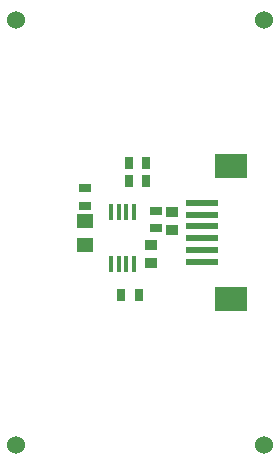
<source format=gbr>
G04*
G04 #@! TF.GenerationSoftware,Altium Limited,Altium Designer,23.10.1 (27)*
G04*
G04 Layer_Color=255*
%FSLAX44Y44*%
%MOMM*%
G71*
G04*
G04 #@! TF.SameCoordinates,2BD1216A-9774-42B0-94A2-F4FBBB1B66CC*
G04*
G04*
G04 #@! TF.FilePolarity,Positive*
G04*
G01*
G75*
%ADD13R,1.0000X0.7500*%
%ADD14R,1.0000X0.9500*%
%ADD15R,1.4500X1.1500*%
%ADD16R,0.7500X1.0000*%
%ADD17R,0.4500X1.4500*%
%ADD18R,2.8000X2.1000*%
%ADD19R,2.7000X0.6000*%
%ADD28C,1.5240*%
D13*
X78740Y237370D02*
D03*
Y222370D02*
D03*
X138430Y218320D02*
D03*
Y203320D02*
D03*
D14*
X134620Y189610D02*
D03*
Y173610D02*
D03*
X152400Y217550D02*
D03*
Y201550D02*
D03*
D15*
X78740Y189390D02*
D03*
Y209390D02*
D03*
D16*
X130690Y259080D02*
D03*
X115690D02*
D03*
Y243840D02*
D03*
X130690D02*
D03*
X124340Y147320D02*
D03*
X109340D02*
D03*
D17*
X100740Y173580D02*
D03*
X107240D02*
D03*
X113740D02*
D03*
X120240D02*
D03*
X100740Y217580D02*
D03*
X107240D02*
D03*
X113740D02*
D03*
X120240D02*
D03*
D18*
X202000Y256500D02*
D03*
Y143500D02*
D03*
D19*
X178000Y215000D02*
D03*
Y225000D02*
D03*
Y205000D02*
D03*
Y195000D02*
D03*
Y185000D02*
D03*
Y175000D02*
D03*
D28*
X230000Y380000D02*
D03*
X20000D02*
D03*
X230000Y20000D02*
D03*
X20000D02*
D03*
M02*

</source>
